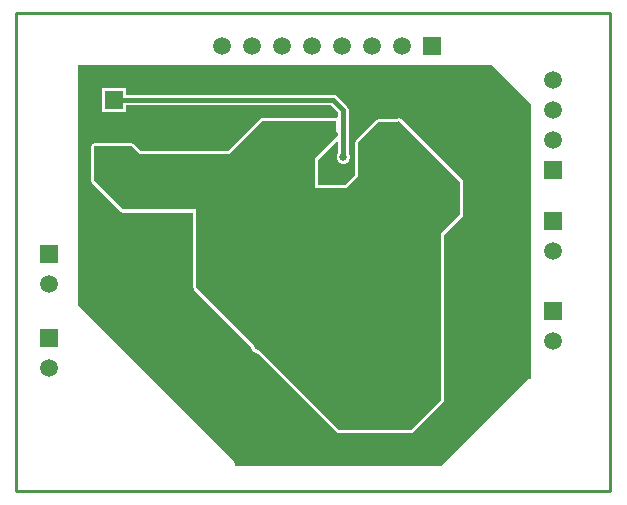
<source format=gbl>
G04*
G04 #@! TF.GenerationSoftware,Altium Limited,Altium Designer,22.9.1 (49)*
G04*
G04 Layer_Physical_Order=2*
G04 Layer_Color=8242323*
%FSLAX44Y44*%
%MOMM*%
G71*
G04*
G04 #@! TF.SameCoordinates,B494E0AD-35FF-4286-8297-05C0B8817D61*
G04*
G04*
G04 #@! TF.FilePolarity,Positive*
G04*
G01*
G75*
%ADD14C,0.2540*%
%ADD33R,1.5000X1.5000*%
%ADD34C,1.5000*%
%ADD35R,1.5000X1.5000*%
%ADD36C,0.6350*%
%ADD37C,0.5000*%
%ADD38C,0.3810*%
G36*
X435610Y327660D02*
Y95250D01*
X433070D01*
X359410Y21590D01*
X185420D01*
Y24130D01*
X52070Y157480D01*
Y360680D01*
X402590D01*
X435610Y327660D01*
D02*
G37*
%LPC*%
G36*
X92590Y341510D02*
X72510D01*
Y321430D01*
X92590D01*
Y326938D01*
X266093D01*
X272248Y320783D01*
Y316995D01*
X270978Y316187D01*
X270510Y316280D01*
X208280D01*
X207289Y316083D01*
X206449Y315521D01*
X179267Y288340D01*
X105213Y288340D01*
X99621Y293931D01*
X98781Y294493D01*
X97790Y294690D01*
X66040D01*
X65049Y294493D01*
X64209Y293931D01*
X63647Y293091D01*
X63450Y292100D01*
Y262890D01*
X63647Y261899D01*
X64209Y261059D01*
X88339Y236929D01*
X89179Y236367D01*
X90170Y236170D01*
X149810D01*
Y172720D01*
X150007Y171729D01*
X150569Y170889D01*
X198755Y122703D01*
Y122053D01*
X199625Y119953D01*
X201233Y118345D01*
X203333Y117475D01*
X203983D01*
X271219Y50239D01*
X272059Y49677D01*
X273050Y49480D01*
X334010D01*
X335001Y49677D01*
X335841Y50239D01*
X361241Y75639D01*
X361803Y76479D01*
X362000Y77470D01*
Y217367D01*
X377751Y233119D01*
X378313Y233959D01*
X378510Y234950D01*
Y261620D01*
X378313Y262611D01*
X377751Y263451D01*
X325681Y315521D01*
X324841Y316083D01*
X323850Y316280D01*
X322859Y316083D01*
X322019Y315521D01*
X321507Y315010D01*
X306070D01*
X305079Y314813D01*
X304239Y314251D01*
X287729Y297741D01*
X287167Y296901D01*
X286970Y295910D01*
Y267773D01*
X278327Y259130D01*
X255320D01*
Y280867D01*
X271075Y296622D01*
X272248Y296136D01*
Y286840D01*
X271935Y286527D01*
X271065Y284427D01*
Y282153D01*
X271935Y280053D01*
X273543Y278445D01*
X275643Y277575D01*
X277917D01*
X280017Y278445D01*
X281625Y280053D01*
X282495Y282153D01*
Y284427D01*
X281625Y286527D01*
X281312Y286840D01*
Y322660D01*
X280967Y324394D01*
X279985Y325865D01*
X279985Y325865D01*
X271175Y334675D01*
X269704Y335657D01*
X267970Y336002D01*
X92590D01*
Y341510D01*
D02*
G37*
%LPD*%
G36*
X375920Y261620D02*
Y234950D01*
X359410Y218440D01*
Y77470D01*
X334010Y52070D01*
X273050D01*
X152400Y172720D01*
Y238760D01*
X90170D01*
X66040Y262890D01*
Y292100D01*
X97790D01*
X104140Y285750D01*
X180340Y285750D01*
X208280Y313690D01*
X270510D01*
Y304800D01*
X272248Y303062D01*
Y301458D01*
X252730Y281940D01*
Y256540D01*
X279400D01*
X289560Y266700D01*
Y295910D01*
X306070Y312420D01*
X322580D01*
X323850Y313690D01*
X375920Y261620D01*
D02*
G37*
D14*
X0Y0D02*
X502920D01*
X0Y405130D02*
X502920D01*
Y0D02*
Y405130D01*
X0Y0D02*
Y405130D01*
D33*
X82550Y331470D02*
D03*
X454660Y152400D02*
D03*
Y228600D02*
D03*
X27940Y200660D02*
D03*
Y129540D02*
D03*
X454660Y271780D02*
D03*
D34*
X82550Y306070D02*
D03*
Y280670D02*
D03*
X454660Y127000D02*
D03*
Y203200D02*
D03*
X27940Y175260D02*
D03*
Y104140D02*
D03*
X326390Y377190D02*
D03*
X300990D02*
D03*
X275590D02*
D03*
X250190D02*
D03*
X224790D02*
D03*
X199390D02*
D03*
X173990D02*
D03*
X454660Y347980D02*
D03*
Y322580D02*
D03*
Y297180D02*
D03*
D35*
X351790Y377190D02*
D03*
D36*
X175260Y295910D02*
D03*
X313690Y321310D02*
D03*
X383540Y267970D02*
D03*
Y233680D02*
D03*
X368220Y196930D02*
D03*
X368300Y171450D02*
D03*
Y147320D02*
D03*
X368220Y134540D02*
D03*
X372110Y109220D02*
D03*
X233680Y74930D02*
D03*
X218440Y90170D02*
D03*
X165100Y135890D02*
D03*
X142240Y181610D02*
D03*
X135890Y208280D02*
D03*
X134700Y222330D02*
D03*
X264160Y304800D02*
D03*
X276780Y283290D02*
D03*
X181610Y270510D02*
D03*
X204470Y257810D02*
D03*
X316150Y300910D02*
D03*
X307340Y273050D02*
D03*
X198120Y186690D02*
D03*
X202170Y215792D02*
D03*
X173830Y204630D02*
D03*
X351710Y206930D02*
D03*
X198120Y168910D02*
D03*
X204470Y123190D02*
D03*
X367030Y259080D02*
D03*
X325120Y201930D02*
D03*
X339090Y240030D02*
D03*
X350440Y262810D02*
D03*
X325120Y184150D02*
D03*
X350440Y185340D02*
D03*
X287020Y147320D02*
D03*
X241300Y146050D02*
D03*
X255614Y149000D02*
D03*
X243920Y120730D02*
D03*
X218520Y132160D02*
D03*
X217170Y151130D02*
D03*
X268730Y80770D02*
D03*
X320040Y64770D02*
D03*
X278050Y109300D02*
D03*
X328850Y124540D02*
D03*
X304800Y158750D02*
D03*
X171530Y168990D02*
D03*
X160100Y232330D02*
D03*
X170180Y247650D02*
D03*
X191850Y259000D02*
D03*
D37*
X239990Y229370D02*
D03*
X250990D02*
D03*
X261990D02*
D03*
X272990D02*
D03*
X283990D02*
D03*
X239990Y218370D02*
D03*
X250990D02*
D03*
X261990D02*
D03*
X272990D02*
D03*
X283990D02*
D03*
X239990Y207370D02*
D03*
X250990D02*
D03*
X261990D02*
D03*
X272990D02*
D03*
X283990D02*
D03*
X239990Y196370D02*
D03*
X250990D02*
D03*
X261990D02*
D03*
X272990D02*
D03*
X283990D02*
D03*
X239990Y185370D02*
D03*
X250990D02*
D03*
X261990D02*
D03*
X272990D02*
D03*
X283990D02*
D03*
D38*
X267970Y331470D02*
X276780Y322660D01*
Y283290D02*
Y322660D01*
X82550Y331470D02*
X267970D01*
M02*

</source>
